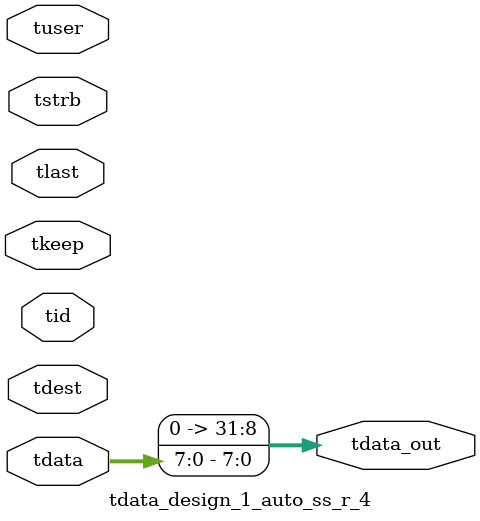
<source format=v>


`timescale 1ps/1ps

module tdata_design_1_auto_ss_r_4 #
(
parameter C_S_AXIS_TDATA_WIDTH = 32,
parameter C_S_AXIS_TUSER_WIDTH = 0,
parameter C_S_AXIS_TID_WIDTH   = 0,
parameter C_S_AXIS_TDEST_WIDTH = 0,
parameter C_M_AXIS_TDATA_WIDTH = 32
)
(
input  [(C_S_AXIS_TDATA_WIDTH == 0 ? 1 : C_S_AXIS_TDATA_WIDTH)-1:0     ] tdata,
input  [(C_S_AXIS_TUSER_WIDTH == 0 ? 1 : C_S_AXIS_TUSER_WIDTH)-1:0     ] tuser,
input  [(C_S_AXIS_TID_WIDTH   == 0 ? 1 : C_S_AXIS_TID_WIDTH)-1:0       ] tid,
input  [(C_S_AXIS_TDEST_WIDTH == 0 ? 1 : C_S_AXIS_TDEST_WIDTH)-1:0     ] tdest,
input  [(C_S_AXIS_TDATA_WIDTH/8)-1:0 ] tkeep,
input  [(C_S_AXIS_TDATA_WIDTH/8)-1:0 ] tstrb,
input                                                                    tlast,
output [C_M_AXIS_TDATA_WIDTH-1:0] tdata_out
);

assign tdata_out = {tdata[7:0]};

endmodule


</source>
